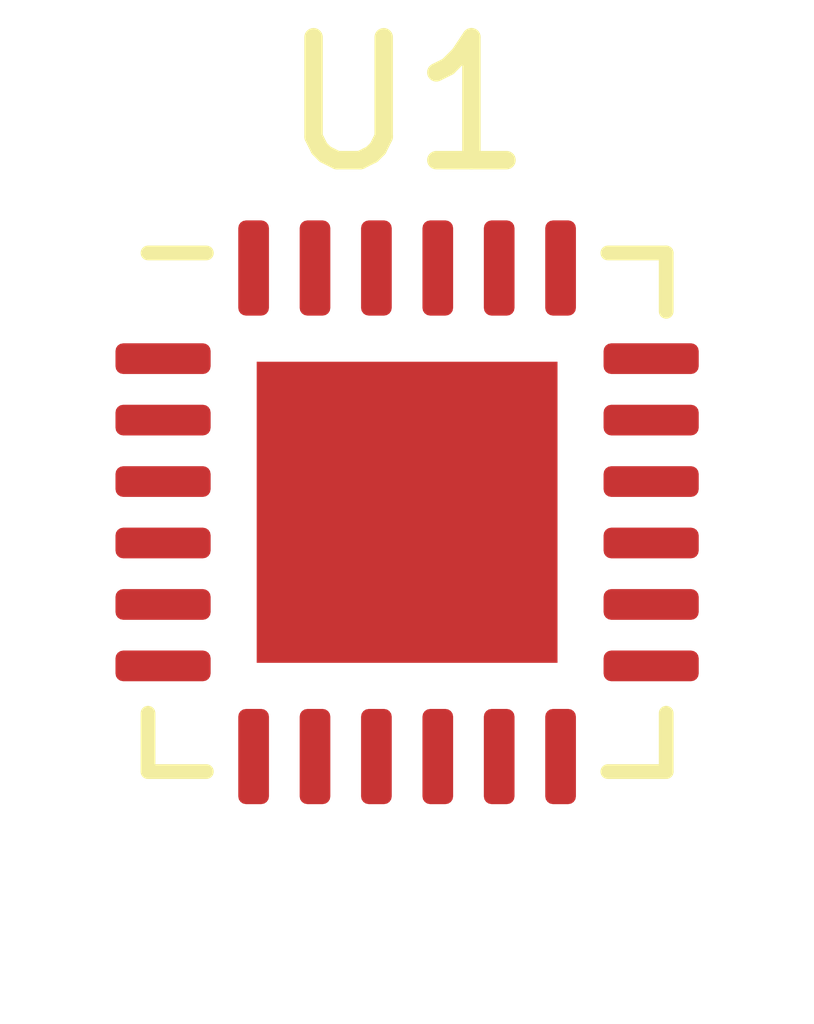
<source format=kicad_pcb>
(kicad_pcb (version 20171130) (host pcbnew "(5.1.9)-1")

  (general
    (thickness 1.6)
    (drawings 0)
    (tracks 0)
    (zones 0)
    (modules 1)
    (nets 25)
  )

  (page A4)
  (layers
    (0 F.Cu signal)
    (31 B.Cu signal)
    (32 B.Adhes user)
    (33 F.Adhes user)
    (34 B.Paste user)
    (35 F.Paste user)
    (36 B.SilkS user)
    (37 F.SilkS user)
    (38 B.Mask user)
    (39 F.Mask user)
    (40 Dwgs.User user)
    (41 Cmts.User user)
    (42 Eco1.User user)
    (43 Eco2.User user)
    (44 Edge.Cuts user)
    (45 Margin user)
    (46 B.CrtYd user)
    (47 F.CrtYd user)
    (48 B.Fab user)
    (49 F.Fab user)
  )

  (setup
    (last_trace_width 0.25)
    (trace_clearance 0.2)
    (zone_clearance 0.508)
    (zone_45_only no)
    (trace_min 0.2)
    (via_size 0.8)
    (via_drill 0.4)
    (via_min_size 0.4)
    (via_min_drill 0.3)
    (uvia_size 0.3)
    (uvia_drill 0.1)
    (uvias_allowed no)
    (uvia_min_size 0.2)
    (uvia_min_drill 0.1)
    (edge_width 0.05)
    (segment_width 0.2)
    (pcb_text_width 0.3)
    (pcb_text_size 1.5 1.5)
    (mod_edge_width 0.12)
    (mod_text_size 1 1)
    (mod_text_width 0.15)
    (pad_size 1.524 1.524)
    (pad_drill 0.762)
    (pad_to_mask_clearance 0)
    (aux_axis_origin 0 0)
    (visible_elements 7FFFFFFF)
    (pcbplotparams
      (layerselection 0x010fc_ffffffff)
      (usegerberextensions false)
      (usegerberattributes true)
      (usegerberadvancedattributes true)
      (creategerberjobfile true)
      (excludeedgelayer true)
      (linewidth 0.100000)
      (plotframeref false)
      (viasonmask false)
      (mode 1)
      (useauxorigin false)
      (hpglpennumber 1)
      (hpglpenspeed 20)
      (hpglpendiameter 15.000000)
      (psnegative false)
      (psa4output false)
      (plotreference true)
      (plotvalue true)
      (plotinvisibletext false)
      (padsonsilk false)
      (subtractmaskfromsilk false)
      (outputformat 1)
      (mirror false)
      (drillshape 1)
      (scaleselection 1)
      (outputdirectory ""))
  )

  (net 0 "")
  (net 1 "Net-(U1-Pad1)")
  (net 2 "Net-(U1-Pad2)")
  (net 3 "Net-(U1-Pad3)")
  (net 4 "Net-(U1-Pad4)")
  (net 5 "Net-(U1-Pad5)")
  (net 6 "Net-(U1-Pad6)")
  (net 7 "Net-(U1-Pad7)")
  (net 8 "Net-(U1-Pad8)")
  (net 9 "Net-(U1-Pad9)")
  (net 10 "Net-(U1-Pad10)")
  (net 11 "Net-(U1-Pad11)")
  (net 12 "Net-(U1-Pad12)")
  (net 13 "Net-(U1-Pad13)")
  (net 14 "Net-(U1-Pad14)")
  (net 15 "Net-(U1-Pad15)")
  (net 16 "Net-(U1-Pad16)")
  (net 17 "Net-(U1-Pad17)")
  (net 18 "Net-(U1-Pad18)")
  (net 19 "Net-(U1-Pad19)")
  (net 20 "Net-(U1-Pad20)")
  (net 21 "Net-(U1-Pad21)")
  (net 22 "Net-(U1-Pad22)")
  (net 23 "Net-(U1-Pad24)")
  (net 24 /I+)

  (net_class Default "This is the default net class."
    (clearance 0.2)
    (trace_width 0.25)
    (via_dia 0.8)
    (via_drill 0.4)
    (uvia_dia 0.3)
    (uvia_drill 0.1)
    (add_net /I+)
    (add_net "Net-(U1-Pad1)")
    (add_net "Net-(U1-Pad10)")
    (add_net "Net-(U1-Pad11)")
    (add_net "Net-(U1-Pad12)")
    (add_net "Net-(U1-Pad13)")
    (add_net "Net-(U1-Pad14)")
    (add_net "Net-(U1-Pad15)")
    (add_net "Net-(U1-Pad16)")
    (add_net "Net-(U1-Pad17)")
    (add_net "Net-(U1-Pad18)")
    (add_net "Net-(U1-Pad19)")
    (add_net "Net-(U1-Pad2)")
    (add_net "Net-(U1-Pad20)")
    (add_net "Net-(U1-Pad21)")
    (add_net "Net-(U1-Pad22)")
    (add_net "Net-(U1-Pad24)")
    (add_net "Net-(U1-Pad3)")
    (add_net "Net-(U1-Pad4)")
    (add_net "Net-(U1-Pad5)")
    (add_net "Net-(U1-Pad6)")
    (add_net "Net-(U1-Pad7)")
    (add_net "Net-(U1-Pad8)")
    (add_net "Net-(U1-Pad9)")
  )

  (module Package_DFN_QFN:VQFN-24-1EP_4x4mm_P0.5mm_EP2.45x2.45mm (layer F.Cu) (tedit 5DC5F6A8) (tstamp 6008BED0)
    (at 120.904 60.452)
    (descr "VQFN, 24 Pin (http://www.ti.com/lit/ds/symlink/msp430f1101a.pdf), generated with kicad-footprint-generator ipc_noLead_generator.py")
    (tags "VQFN NoLead")
    (path /6008436E)
    (attr smd)
    (fp_text reference U1 (at 0 -3.32) (layer F.SilkS)
      (effects (font (size 1 1) (thickness 0.15)))
    )
    (fp_text value LTC5584 (at 0 3.32) (layer F.Fab)
      (effects (font (size 1 1) (thickness 0.15)))
    )
    (fp_line (start 1.635 -2.11) (end 2.11 -2.11) (layer F.SilkS) (width 0.12))
    (fp_line (start 2.11 -2.11) (end 2.11 -1.635) (layer F.SilkS) (width 0.12))
    (fp_line (start -1.635 2.11) (end -2.11 2.11) (layer F.SilkS) (width 0.12))
    (fp_line (start -2.11 2.11) (end -2.11 1.635) (layer F.SilkS) (width 0.12))
    (fp_line (start 1.635 2.11) (end 2.11 2.11) (layer F.SilkS) (width 0.12))
    (fp_line (start 2.11 2.11) (end 2.11 1.635) (layer F.SilkS) (width 0.12))
    (fp_line (start -1.635 -2.11) (end -2.11 -2.11) (layer F.SilkS) (width 0.12))
    (fp_line (start -1 -2) (end 2 -2) (layer F.Fab) (width 0.1))
    (fp_line (start 2 -2) (end 2 2) (layer F.Fab) (width 0.1))
    (fp_line (start 2 2) (end -2 2) (layer F.Fab) (width 0.1))
    (fp_line (start -2 2) (end -2 -1) (layer F.Fab) (width 0.1))
    (fp_line (start -2 -1) (end -1 -2) (layer F.Fab) (width 0.1))
    (fp_line (start -2.62 -2.62) (end -2.62 2.62) (layer F.CrtYd) (width 0.05))
    (fp_line (start -2.62 2.62) (end 2.62 2.62) (layer F.CrtYd) (width 0.05))
    (fp_line (start 2.62 2.62) (end 2.62 -2.62) (layer F.CrtYd) (width 0.05))
    (fp_line (start 2.62 -2.62) (end -2.62 -2.62) (layer F.CrtYd) (width 0.05))
    (fp_text user %R (at 0 0) (layer F.Fab)
      (effects (font (size 1 1) (thickness 0.15)))
    )
    (pad 1 smd roundrect (at -1.9875 -1.25) (size 0.775 0.25) (layers F.Cu F.Paste F.Mask) (roundrect_rratio 0.25)
      (net 1 "Net-(U1-Pad1)"))
    (pad 2 smd roundrect (at -1.9875 -0.75) (size 0.775 0.25) (layers F.Cu F.Paste F.Mask) (roundrect_rratio 0.25)
      (net 2 "Net-(U1-Pad2)"))
    (pad 3 smd roundrect (at -1.9875 -0.25) (size 0.775 0.25) (layers F.Cu F.Paste F.Mask) (roundrect_rratio 0.25)
      (net 3 "Net-(U1-Pad3)"))
    (pad 4 smd roundrect (at -1.9875 0.25) (size 0.775 0.25) (layers F.Cu F.Paste F.Mask) (roundrect_rratio 0.25)
      (net 4 "Net-(U1-Pad4)"))
    (pad 5 smd roundrect (at -1.9875 0.75) (size 0.775 0.25) (layers F.Cu F.Paste F.Mask) (roundrect_rratio 0.25)
      (net 5 "Net-(U1-Pad5)"))
    (pad 6 smd roundrect (at -1.9875 1.25) (size 0.775 0.25) (layers F.Cu F.Paste F.Mask) (roundrect_rratio 0.25)
      (net 6 "Net-(U1-Pad6)"))
    (pad 7 smd roundrect (at -1.25 1.9875) (size 0.25 0.775) (layers F.Cu F.Paste F.Mask) (roundrect_rratio 0.25)
      (net 7 "Net-(U1-Pad7)"))
    (pad 8 smd roundrect (at -0.75 1.9875) (size 0.25 0.775) (layers F.Cu F.Paste F.Mask) (roundrect_rratio 0.25)
      (net 8 "Net-(U1-Pad8)"))
    (pad 9 smd roundrect (at -0.25 1.9875) (size 0.25 0.775) (layers F.Cu F.Paste F.Mask) (roundrect_rratio 0.25)
      (net 9 "Net-(U1-Pad9)"))
    (pad 10 smd roundrect (at 0.25 1.9875) (size 0.25 0.775) (layers F.Cu F.Paste F.Mask) (roundrect_rratio 0.25)
      (net 10 "Net-(U1-Pad10)"))
    (pad 11 smd roundrect (at 0.75 1.9875) (size 0.25 0.775) (layers F.Cu F.Paste F.Mask) (roundrect_rratio 0.25)
      (net 11 "Net-(U1-Pad11)"))
    (pad 12 smd roundrect (at 1.25 1.9875) (size 0.25 0.775) (layers F.Cu F.Paste F.Mask) (roundrect_rratio 0.25)
      (net 12 "Net-(U1-Pad12)"))
    (pad 13 smd roundrect (at 1.9875 1.25) (size 0.775 0.25) (layers F.Cu F.Paste F.Mask) (roundrect_rratio 0.25)
      (net 13 "Net-(U1-Pad13)"))
    (pad 14 smd roundrect (at 1.9875 0.75) (size 0.775 0.25) (layers F.Cu F.Paste F.Mask) (roundrect_rratio 0.25)
      (net 14 "Net-(U1-Pad14)"))
    (pad 15 smd roundrect (at 1.9875 0.25) (size 0.775 0.25) (layers F.Cu F.Paste F.Mask) (roundrect_rratio 0.25)
      (net 15 "Net-(U1-Pad15)"))
    (pad 16 smd roundrect (at 1.9875 -0.25) (size 0.775 0.25) (layers F.Cu F.Paste F.Mask) (roundrect_rratio 0.25)
      (net 16 "Net-(U1-Pad16)"))
    (pad 17 smd roundrect (at 1.9875 -0.75) (size 0.775 0.25) (layers F.Cu F.Paste F.Mask) (roundrect_rratio 0.25)
      (net 17 "Net-(U1-Pad17)"))
    (pad 18 smd roundrect (at 1.9875 -1.25) (size 0.775 0.25) (layers F.Cu F.Paste F.Mask) (roundrect_rratio 0.25)
      (net 18 "Net-(U1-Pad18)"))
    (pad 19 smd roundrect (at 1.25 -1.9875) (size 0.25 0.775) (layers F.Cu F.Paste F.Mask) (roundrect_rratio 0.25)
      (net 19 "Net-(U1-Pad19)"))
    (pad 20 smd roundrect (at 0.75 -1.9875) (size 0.25 0.775) (layers F.Cu F.Paste F.Mask) (roundrect_rratio 0.25)
      (net 20 "Net-(U1-Pad20)"))
    (pad 21 smd roundrect (at 0.25 -1.9875) (size 0.25 0.775) (layers F.Cu F.Paste F.Mask) (roundrect_rratio 0.25)
      (net 21 "Net-(U1-Pad21)"))
    (pad 22 smd roundrect (at -0.25 -1.9875) (size 0.25 0.775) (layers F.Cu F.Paste F.Mask) (roundrect_rratio 0.25)
      (net 22 "Net-(U1-Pad22)"))
    (pad 23 smd roundrect (at -0.75 -1.9875) (size 0.25 0.775) (layers F.Cu F.Paste F.Mask) (roundrect_rratio 0.25)
      (net 24 /I+))
    (pad 24 smd roundrect (at -1.25 -1.9875) (size 0.25 0.775) (layers F.Cu F.Paste F.Mask) (roundrect_rratio 0.25)
      (net 23 "Net-(U1-Pad24)"))
    (pad 25 smd rect (at 0 0) (size 2.45 2.45) (layers F.Cu F.Mask))
    (pad "" smd roundrect (at -0.82 -0.82) (size 0.66 0.66) (layers F.Paste) (roundrect_rratio 0.25))
    (pad "" smd roundrect (at -0.82 0) (size 0.66 0.66) (layers F.Paste) (roundrect_rratio 0.25))
    (pad "" smd roundrect (at -0.82 0.82) (size 0.66 0.66) (layers F.Paste) (roundrect_rratio 0.25))
    (pad "" smd roundrect (at 0 -0.82) (size 0.66 0.66) (layers F.Paste) (roundrect_rratio 0.25))
    (pad "" smd roundrect (at 0 0) (size 0.66 0.66) (layers F.Paste) (roundrect_rratio 0.25))
    (pad "" smd roundrect (at 0 0.82) (size 0.66 0.66) (layers F.Paste) (roundrect_rratio 0.25))
    (pad "" smd roundrect (at 0.82 -0.82) (size 0.66 0.66) (layers F.Paste) (roundrect_rratio 0.25))
    (pad "" smd roundrect (at 0.82 0) (size 0.66 0.66) (layers F.Paste) (roundrect_rratio 0.25))
    (pad "" smd roundrect (at 0.82 0.82) (size 0.66 0.66) (layers F.Paste) (roundrect_rratio 0.25))
    (model ${KISYS3DMOD}/Package_DFN_QFN.3dshapes/VQFN-24-1EP_4x4mm_P0.5mm_EP2.45x2.45mm.wrl
      (at (xyz 0 0 0))
      (scale (xyz 1 1 1))
      (rotate (xyz 0 0 0))
    )
  )

)

</source>
